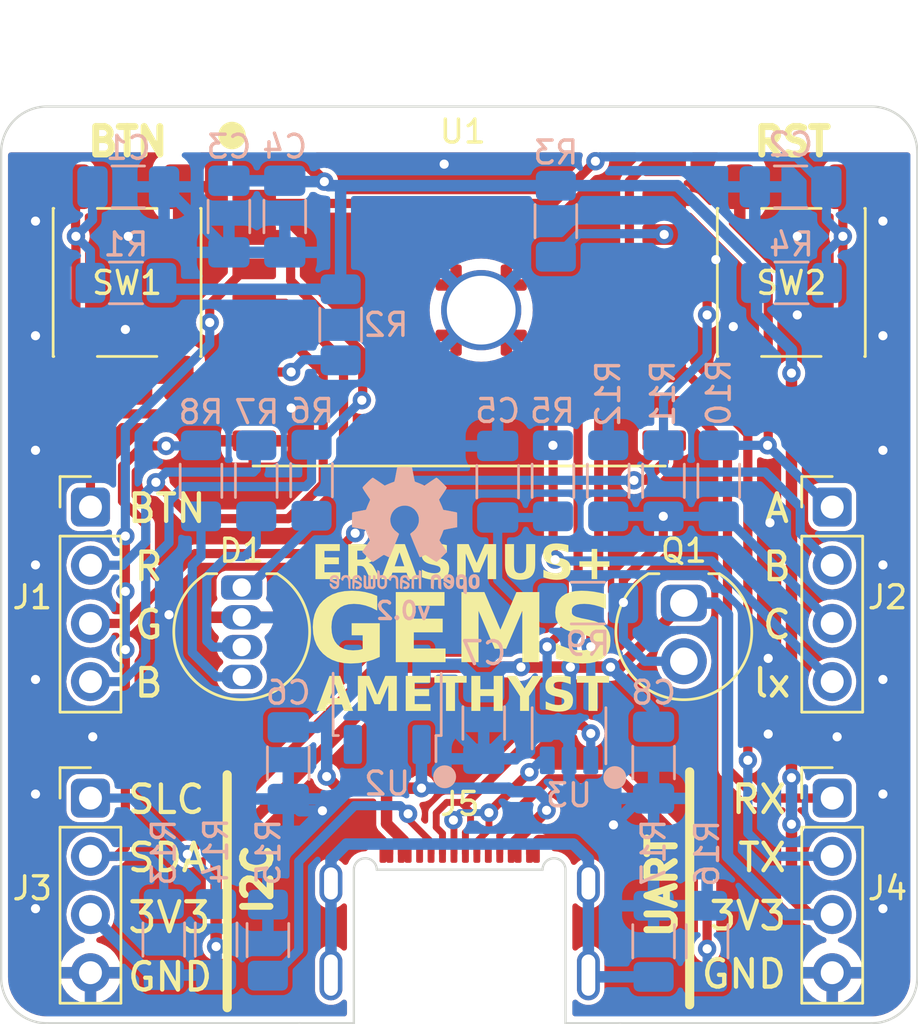
<source format=kicad_pcb>
(kicad_pcb (version 20240108) (generator "pcbnew") (generator_version "8.0")
  (title_block (title "AMETHYST") (date "2024-02-15") (rev "v0.2") (company "GEMS - Graceful Equalising of Mechatronics Students") (comment 2 "Contact: gasper.skulj@fs.uni-lj.si") (comment 3 "2022-1-SI01-KA220-HED-000087727") (comment 4 "Erasmus+ project KA2: Cooperation partnerships in higher education"))
  (layers (0 "F.Cu" signal) (31 "B.Cu" signal) (34 "B.Paste" user) (35 "F.Paste" user) (36 "B.SilkS" user "B.Silkscreen") (37 "F.SilkS" user "F.Silkscreen") (38 "B.Mask" user) (39 "F.Mask" user) (44 "Edge.Cuts" user))
  (net 0 "")
  (net 1 "+3.3V")
  (net 2 "Net-(U1-EN)")
  (net 3 "Net-(U1-IO8)")
  (net 4 "GND")
  (net 5 "+5V")
  (net 6 "Net-(D1-Ablue)")
  (net 7 "Net-(D1-Agreen)")
  (net 8 "Net-(D1-Ared)")
  (net 9 "BTN")
  (net 10 "LED_R")
  (net 11 "LED_G")
  (net 12 "LED_B")
  (net 13 "LX_A")
  (net 14 "LX_B")
  (net 15 "LX_OUT")
  (net 16 "RX")
  (net 17 "TX")
  (net 18 "SCL")
  (net 19 "SDA")
  (net 20 "Net-(J5-CC1)")
  (net 21 "Net-(J5-D+-PadA6)")
  (net 22 "Net-(J5-D--PadA7)")
  (net 23 "Net-(J5-CC2)")
  (net 24 "Net-(U1-IO2{slash}ADC1_2{slash}FSPIQ)")
  (net 25 "USB_D-")
  (net 26 "USB_D+")
  (net 29 "Net-(C5-Pad1)")
  (net 30 "Net-(J5-CASE)")
  (net 32 "LX_C")
  (footprint "GEMS_library:PT_D5.0mm" (layer "F.Cu") (at 114.808 122.936 -90)
    (property "Reference" "Q1")
    (property "Value" "TEPT5700")
  )
  (footprint "GEMS_library:SW_PUSH_6mm_SMD" (layer "F.Cu") (at 90.5 107.675 90)
    (property "Reference" "SW1")
    (property "Value" "BTN")
  )
  (footprint "GEMS_library:PinHeader_1x04_P2.54mm_Vertical" (layer "F.Cu") (at 88.9 133.985)
    (property "Reference" "J3")
    (property "Value" "I2C")
  )
  (footprint "GEMS_library:USB-C_MOLEX-216990-0001" (layer "F.Cu") (at 105.02 136.75)
    (property "Reference" "J5")
    (property "Value" "USB_C_USB2.0")
    (fp_line (start -7 3.25) (end -4.62 3.25) (stroke (width 0.1)) (layer "Edge.Cuts"))
    (fp_line (start -4.62 3.25) (end -4.62 -3.45) (stroke (width 0.1)) (layer "Edge.Cuts"))
    (fp_line (start 3.62 -3.45) (end -3.62 -3.45) (stroke (width 0.1)) (layer "Edge.Cuts"))
    (fp_line (start 4.62 3.25) (end 4.62 -3.45) (stroke (width 0.1)) (layer "Edge.Cuts"))
    (fp_line (start 7 3.25) (end 4.62 3.25) (stroke (width 0.1)) (layer "Edge.Cuts"))
    (fp_arc (start -4.62 -3.45) (mid -4.12 -3.95) (end -3.62 -3.45) (stroke (width 0.1)) (layer "Edge.Cuts"))
    (fp_arc (start 3.62 -3.45) (mid 4.12 -3.95) (end 4.62 -3.45) (stroke (width 0.1)) (layer "Edge.Cuts"))
  )
  (footprint "GEMS_library:SW_PUSH_6mm_SMD" (layer "F.Cu") (at 119.5 107.675 90)
    (property "Reference" "SW2")
    (property "Value" "RST")
  )
  (footprint "GEMS_library:PinHeader_1x04_P2.54mm_Vertical" (layer "F.Cu") (at 121.285 133.985)
    (property "Reference" "J4")
    (property "Value" "UART")
  )
  (footprint "GEMS_library:ESP32-C3-WROOM-02" (layer "F.Cu") (at 105 108.585)
    (property "Reference" "U1")
    (property "Value" "ESP32-C3")
  )
  (footprint "GEMS_library:PinHeader_1x04_P2.54mm_Vertical" (layer "F.Cu") (at 88.9 121.285)
    (property "Reference" "J1")
    (property "Value" "RGB")
  )
  (footprint "GEMS_library:LED_D5.0mm-4_RGB" (layer "F.Cu") (at 95.504 122.936 -90)
    (property "Reference" "D1")
    (property "Value" "LED_BkRG")
  )
  (footprint "GEMS_library:PinHeader_1x04_P2.54mm_Vertical" (layer "F.Cu") (at 121.285 121.285)
    (property "Reference" "J2")
    (property "Value" "LX")
  )
  (footprint "GEMS_library:C_1206_(3216)" (layer "B.Cu") (at 94.9452 104.8004 -90)
    (property "Reference" "C3")
    (property "Value" "10uF")
  )
  (footprint "GEMS_library:SOT-89-5" (layer "B.Cu") (at 101.854 126.0856 180)
    (property "Reference" "U2")
    (property "Value" "R1170H331B")
  )
  (footprint "GEMS_library:R_1206_(3216)" (layer "B.Cu") (at 96.139 116.332 -90)
    (property "Reference" "R7")
    (property "Value" "82")
  )
  (footprint "GEMS_library:R_1206_(3216)" (layer "B.Cu") (at 109.22 105.003 -90)
    (property "Reference" "R3")
    (property "Value" "100k")
  )
  (footprint "GEMS_library:R_1206_(3216)" (layer "B.Cu") (at 115.824 136.4228 -90)
    (property "Reference" "R16")
    (property "Value" "5.1k")
  )
  (footprint "Symbol:OSHW-Logo2_7.3x6mm_SilkScreen" (layer "B.Cu") (at 102.616 118.5 180)
    (property "Reference" "REF**" (hide yes))
    (property "Value" "OSHW-Logo2_7.3x6mm_SilkScreen" (hide yes))
  )
  (footprint "GEMS_library:R_1206_(3216)" (layer "B.Cu") (at 93.726 116.332 -90)
    (property "Reference" "R8")
    (property "Value" "27")
  )
  (footprint "GEMS_library:R_1206_(3216)" (layer "B.Cu") (at 99.822 109.5248 -90)
    (property "Reference" "R2")
    (property "Value" "100k")
  )
  (footprint "GEMS_library:C_1206_(3216)" (layer "B.Cu") (at 97.536 128.651 -90)
    (property "Reference" "C6")
    (property "Value" "10uF")
  )
  (footprint "GEMS_library:R_1206_(3216)" (layer "B.Cu") (at 94.3864 136.3472 -90)
    (property "Reference" "R14")
    (property "Value" "2.2k")
  )
  (footprint "GEMS_library:R_1206_(3216)" (layer "B.Cu") (at 98.552 116.306 -90)
    (property "Reference" "R6")
    (property "Value" "27")
  )
  (footprint "GEMS_library:R_1206_(3216)" (layer "B.Cu") (at 90.45 107.696 180)
    (property "Reference" "R1")
    (property "Value" "100k")
  )
  (footprint "GEMS_library:C_1206_(3216)" (layer "B.Cu") (at 106.0704 126.8984 -90)
    (property "Reference" "C7")
    (property "Value" "10uF")
  )
  (footprint "GEMS_library:SOT-23-6" (layer "B.Cu") (at 109.794 127.13 90)
    (property "Reference" "U3")
    (property "Value" "USBLC6-2SC6")
  )
  (footprint "GEMS_library:R_1206_(3216)" (layer "B.Cu") (at 96.647 136.372 -90)
    (property "Reference" "R15")
    (property "Value" "5.1k")
  )
  (footprint "GEMS_library:R_1206_(3216)" (layer "B.Cu") (at 113.919 116.332 90)
    (property "Reference" "R11")
    (property "Value" "10k")
  )
  (footprint "GEMS_library:R_1206_(3216)" (layer "B.Cu") (at 92.1004 136.3472 -90)
    (property "Reference" "R13")
    (property "Value" "2.2k")
  )
  (footprint "GEMS_library:C_1206_(3216)" (layer "B.Cu") (at 113.4872 128.6256 -90)
    (property "Reference" "C8")
    (property "Value" "0.1uF")
  )
  (footprint "GEMS_library:C_1206_(3216)" (layer "B.Cu") (at 90.551 103.505)
    (property "Reference" "C1")
    (property "Value" "0.1uF")
  )
  (footprint "GEMS_library:R_1206_(3216)" (layer "B.Cu") (at 119.507 107.696)
    (property "Reference" "R4")
    (property "Value" "100k")
  )
  (footprint "GEMS_library:R_1206_(3216)" (layer "B.Cu") (at 116.332 116.332 90)
    (property "Reference" "R10")
    (property "Value" "510")
  )
  (footprint "GEMS_library:R_1206_(3216)" (layer "B.Cu") (at 113.4872 136.424 -90)
    (property "Reference" "R17")
    (property "Value" "1M")
  )
  (footprint "GEMS_library:C_1206_(3216)" (layer "B.Cu") (at 106.68 116.3705 90)
    (property "Reference" "C5")
    (property "Value" "0.1uF")
  )
  (footprint "GEMS_library:R_1206_(3216)" (layer "B.Cu") (at 110.617 121.666 180)
    (property "Reference" "R9")
    (property "Value" "5.1k")
  )
  (footprint "GEMS_library:C_1206_(3216)" (layer "B.Cu") (at 97.3836 104.8004 -90)
    (property "Reference" "C4")
    (property "Value" "0.1uF")
  )
  (footprint "GEMS_library:C_1206_(3216)" (layer "B.Cu") (at 119.4685 103.505 180)
    (property "Reference" "C2")
    (property "Value" "0.1uF")
  )
  (footprint "GEMS_library:R_1206_(3216)" (layer "B.Cu") (at 109.093 116.332 -90)
    (property "Reference" "R5")
    (property "Value" "0")
  )
  (footprint "GEMS_library:R_1206_(3216)" (layer "B.Cu") (at 111.506 116.332 90)
    (property "Reference" "R12")
    (property "Value" "200k")
  )
  (gr_line (start 115.062 129.032) (end 115.062 139.192) (stroke (width 0.4)) (layer "F.SilkS"))
  (gr_line (start 94.869 129.159) (end 94.869 139.319) (stroke (width 0.4)) (layer "F.SilkS"))
  (gr_line (start 85 138) (end 85 102) (stroke (width 0.1)) (layer "Edge.Cuts"))
  (gr_arc (start 85 102) (mid 85.585786 100.585786) (end 87 100) (stroke (width 0.1)) (layer "Edge.Cuts"))
  (gr_arc (start 87 140) (mid 85.585786 139.414214) (end 85 138) (stroke (width 0.1)) (layer "Edge.Cuts"))
  (gr_line (start 87 100) (end 123 100) (stroke (width 0.1)) (layer "Edge.Cuts"))
  (gr_line (start 87 140) (end 98.02 140) (stroke (width 0.1)) (layer "Edge.Cuts"))
  (gr_line (start 123 140) (end 112.02 140) (stroke (width 0.1)) (layer "Edge.Cuts"))
  (gr_line (start 125 138) (end 125 102) (stroke (width 0.1)) (layer "Edge.Cuts"))
  (gr_arc (start 125 138) (mid 124.414214 139.414214) (end 123 140) (stroke (width 0.1)) (layer "Edge.Cuts"))
  (gr_arc (start 123 100) (mid 124.414214 100.585786) (end 125 102) (stroke (width 0.1)) (layer "Edge.Cuts"))
  (gr_text "v0.2" (at 102.5652 122 0) (layer "B.SilkS") (effects (font (size 0.75 0.75)) (justify mirror)))
  (gr_text "3V3" (at 119.38 136.017 0) (layer "F.SilkS") (effects (font (size 1.2 1.2) (thickness 0.1875)) (justify right bottom)))
  (gr_text "BTN" (at 90.424 118.237 0) (layer "F.SilkS") (effects (font (size 1.2 1.2) (thickness 0.1875)) (justify left bottom)))
  (gr_text "RST" (at 117.729 102.235 0) (layer "F.SilkS") (effects (font (size 1.2 1.2) (thickness 0.3) (bold yes)) (justify left bottom)))
  (gr_text "ERASMUS+" (at 105.156 120 0) (layer "F.SilkS") (effects (font (size 1.5 1.5) (thickness 0.2) (bold yes))))
  (gr_text "A" (at 118.872 118.237 0) (layer "F.SilkS") (effects (font (size 1.2 1.2) (thickness 0.1875)) (justify bottom)))
  (gr_text "C" (at 118.872 123.317 0) (layer "F.SilkS") (effects (font (size 1.2 1.2) (thickness 0.1875)) (justify bottom)))
  (gr_text "GND" (at 119.38 138.557 0) (layer "F.SilkS") (effects (font (size 1.2 1.2) (thickness 0.1875)) (justify right bottom)))
  (gr_text "BTN" (at 88.646 102.235 0) (layer "F.SilkS") (effects (font (size 1.2 1.2) (thickness 0.3) (bold yes)) (justify left bottom)))
  (gr_text "B" (at 118.872 120.777 0) (layer "F.SilkS") (effects (font (size 1.2 1.2) (thickness 0.1875)) (justify bottom)))
  (gr_text "SLC" (at 90.424 130.937 0) (layer "F.SilkS") (effects (font (size 1.2 1.2) (thickness 0.1875)) (justify left bottom)))
  (gr_text "3V3" (at 90.424 136.144 0) (layer "F.SilkS") (effects (font (size 1.3 1.3) (thickness 0.1875)) (justify left bottom)))
  (gr_text "lx" (at 117.729 125.857 0) (layer "F.SilkS") (effects (font (size 1.2 1.2) (thickness 0.1875)) (justify left bottom)))
  (gr_text "AMETHYST" (at 105.156 125.75 0) (layer "F.SilkS") (effects (font (size 1.5 1.5) (thickness 0.2) (bold yes))))
  (gr_text "GEMS" (at 105.156 123 0) (layer "F.SilkS") (effects (font (size 3 3) (thickness 0.4) (bold yes))))
  (gr_text "GND" (at 90.424 138.684 0) (layer "F.SilkS") (effects (font (size 1.2 1.2) (thickness 0.1875)) (justify left bottom)))
  (gr_text "I2C" (at 96.901 135.382 90) (layer "F.SilkS") (effects (font (size 1.2 1.2) (thickness 0.3) (bold yes)) (justify left bottom)))
  (gr_text "TX" (at 119.38 133.477 0) (layer "F.SilkS") (effects (font (size 1.2 1.2) (thickness 0.1875)) (justify right bottom)))
  (gr_text "RX" (at 119.38 130.937 0) (layer "F.SilkS") (effects (font (size 1.2 1.2) (thickness 0.1875)) (justify right bottom)))
  (gr_text "SDA" (at 90.424 133.477 0) (layer "F.SilkS") (effects (font (size 1.2 1.2) (thickness 0.1875)) (justify left bottom)))
  (gr_text "UART" (at 114.554 136.398 90) (layer "F.SilkS") (effects (font (size 1.2 1.2) (thickness 0.3) (bold yes)) (justify left bottom)))
  (gr_text "G" (at 91.44 123.317 0) (layer "F.SilkS") (effects (font (size 1.2 1.2) (thickness 0.1875)) (justify bottom)))
  (gr_text "B" (at 91.44 125.857 0) (layer "F.SilkS") (effects (font (size 1.2 1.2) (thickness 0.1875)) (justify bottom)))
  (gr_text "R" (at 91.44 120.777 0) (layer "F.SilkS") (effects (font (size 1.2 1.2) (thickness 0.1875)) (justify bottom)))
  (segment (start 119.507 129.286) (end 119.507 111.633) (width 0.5) (layer "F.Cu") (net 1))
  (segment (start 107.696 124.46) (end 109.855 124.46) (width 0.5) (layer "F.Cu") (net 1))
  (segment (start 99.1108 103.2764) (end 98.3996 102.5652) (width 0.5) (layer "F.Cu") (net 1))
  (segment (start 119.507 131.318) (end 119.507 134.493) (width 0.5) (layer "F.Cu") (net 1))
  (segment (start 111.6076 124.46) (end 109.855 124.46) (width 0.5) (layer "F.Cu") (net 1))
  (segment (start 94.3864 132.7404) (end 102.6668 124.46) (width 0.5) (layer "F.Cu") (net 1))
  (segment (start 98.3996 102.5652) (end 96.0698 102.5652) (width 0.5) (layer "F.Cu") (net 1))
  (segment (start 94.3864 136.652) (end 94.3864 132.7404) (width 0.5) (layer "F.Cu") (net 1))
  (segment (start 102.6668 124.46) (end 107.696 124.46) (width 0.5) (layer "F.Cu") (net 1))
  (segment (start 96.0698 102.5652) (end 96.05 102.585) (width 0.5) (layer "F.Cu") (net 1))
  (segment (start 119.507 134.493) (end 120.269 135.255) (width 0.5) (layer "F.Cu") (net 1))
  (segment (start 111.6076 124.46) (end 112.014 124.46) (width 0.5) (layer "F.Cu") (net 1))
  (segment (start 112.014 124.46) (end 114.808 121.666) (width 0.5) (layer "F.Cu") (net 1))
  (segment (start 120.269 135.255) (end 121.285 135.255) (width 0.5) (layer "F.Cu") (net 1))
  (via (at 94.3864 136.652) (size 0.8) (drill 0.4) (layers "F.Cu" "B.Cu") (net 1))
  (via (at 99.1108 103.2764) (size 0.8) (drill 0.4) (layers "F.Cu" "B.Cu") (net 1))
  (via (at 107.696 124.46) (size 0.8) (drill 0.4) (layers "F.Cu" "B.Cu") (net 1))
  (via (at 119.507 131.318) (size 0.8) (drill 0.4) (layers "F.Cu" "B.Cu") (net 1))
  (via (at 119.507 129.286) (size 0.8) (drill 0.4) (layers "F.Cu" "B.Cu") (net 1))
  (via (at 119.507 111.633) (size 0.8) (drill 0.4) (layers "F.Cu" "B.Cu") (net 1))
  (via (at 109.855 124.46) (size 0.8) (drill 0.4) (layers "F.Cu" "B.Cu") (net 1))
  (via (at 111.6076 124.46) (size 0.8) (drill 0.4) (layers "F.Cu" "B.Cu") (net 1))
  (segment (start 99.1108 103.2764) (end 97.4221 103.2764) (width 0.5) (layer "B.Cu") (net 1))
  (segment (start 94.3864 137.8972) (end 91.5422 137.8972) (width 0.5) (layer "B.Cu") (net 1))
  (segment (start 99.9236 103.453) (end 109.22 103.453) (width 0.5) (layer "B.Cu") (net 1))
  (segment (start 99.822 107.9748) (end 92.2788 107.9748) (width 0.5) (layer "B.Cu") (net 1))
  (segment (start 117.983 109.093) (end 117.983 107.722) (width 0.5) (layer "B.Cu") (net 1))
  (segment (start 114.528 103.453) (end 109.22 103.453) (width 0.5) (layer "B.Cu") (net 1))
  (segment (start 99.2874 103.453) (end 99.9236 103.453) (width 0.5) (layer "B.Cu") (net 1))
  (segment (start 94.3864 136.652) (end 94.3864 137.8972) (width 0.5) (layer "B.Cu") (net 1))
  (segment (start 99.822 103.5546) (end 99.822 107.9748) (width 0.5) (layer "B.Cu") (net 1))
  (segment (start 119.507 110.617) (end 117.983 109.093) (width 0.5) (layer "B.Cu") (net 1))
  (segment (start 103.354 124.3356) (end 105.0701 124.3356) (width 0.5) (layer "B.Cu") (net 1))
  (segment (start 109.855 125.669) (end 109.794 125.73) (width 0.5) (layer "B.Cu") (net 1))
  (segment (start 91.5422 137.8972) (end 88.9 135.255) (width 0.5) (layer "B.Cu") (net 1))
  (segment (start 116.713 122.174) (end 116.713 132.713) (width 0.5) (layer "B.Cu") (net 1))
  (segment (start 107.696 124.46) (end 106.9463 124.46) (width 0.5) (layer "B.Cu") (net 1))
  (segment (start 113.4872 126.3396) (end 113.4872 127.0631) (width 0.5) (layer "B.Cu") (net 1))
  (segment (start 97.3836 103.2379) (end 94.9452 103.2379) (width 0.5) (layer "B.Cu") (net 1))
  (segment (start 105.0701 124.3356) (end 106.0704 125.3359) (width 0.5) (layer "B.Cu") (net 1))
  (segment (start 117.957 106.882) (end 114.528 103.453) (width 0.5) (layer "B.Cu") (net 1))
  (segment (start 111.6076 124.46) (end 113.4872 126.3396) (width 0.5) (layer "B.Cu") (net 1))
  (segment (start 97.4221 103.2764) (end 97.3836 103.2379) (width 0.5) (layer "B.Cu") (net 1))
  (segment (start 117.957 107.696) (end 117.957 106.882) (width 0.5) (layer "B.Cu") (net 1))
  (segment (start 99.1108 103.2764) (end 99.2874 103.453) (width 0.5) (layer "B.Cu") (net 1))
  (segment (start 114.808 121.666) (end 116.205 121.666) (width 0.5) (layer "B.Cu") (net 1))
  (segment (start 119.255 135.255) (end 121.285 135.255) (width 0.5) (layer "B.Cu") (net 1))
  (segment (start 99.8343 107.9625) (end 99.822 107.9748) (width 0.5) (layer "B.Cu") (net 1))
  (segment (start 119.507 131.318) (end 119.507 129.286) (width 0.5) (layer "B.Cu") (net 1))
  (segment (start 119.507 111.633) (end 119.507 110.617) (width 0.5) (layer "B.Cu") (net 1))
  (segment (start 117.983 107.722) (end 117.957 107.696) (width 0.5) (layer "B.Cu") (net 1))
  (segment (start 109.855 124.46) (end 109.855 125.669) (width 0.5) (layer "B.Cu") (net 1))
  (segment (start 116.713 132.713) (end 119.255 135.255) (width 0.5) (layer "B.Cu") (net 1))
  (segment (start 99.9236 103.453) (end 99.822 103.5546) (width 0.5) (layer "B.Cu") (net 1))
  (segment (start 106.9463 124.46) (end 106.0704 125.3359) (width 0.5) (layer "B.Cu") (net 1))
  (segment (start 116.205 121.666) (end 116.713 122.174) (width 0.5) (layer "B.Cu") (net 1))
  (segment (start 92.2788 107.9748) (end 92 107.696) (width 0.5) (layer "B.Cu") (net 1))
  (segment (start 96.1938 104.2288) (end 96.05 104.085) (width 0.4) (layer "F.Cu") (net 2))
  (segment (start 121.75 105.664) (end 121.75 111.85) (width 0.4) (layer "F.Cu") (net 2))
  (segment (start 110.947305 102.386732) (end 109.105237 104.2288) (width 0.4) (layer "F.Cu") (net 2))
  (segment (start 121.75 105.664) (end 121.75 103.5) (width 0.4) (layer "F.Cu") (net 2))
  (segment (start 109.105237 104.2288) (end 96.1938 104.2288) (width 0.4) (layer "F.Cu") (net 2))
  (via (at 110.947305 102.386732) (size 0.8) (drill 0.4) (layers "F.Cu" "B.Cu") (net 2))
  (via (at 121.75 105.664) (size 0.8) (drill 0.4) (layers "F.Cu" "B.Cu") (net 2))
  (segment (start 111.139037 102.195) (end 119.721 102.195) (width 0.4) (layer "B.Cu") (net 2))
  (segment (start 121.75 105.664) (end 121.031 106.383) (width 0.4) (layer "B.Cu") (net 2))
  (segment (start 119.721 102.195) (end 121.031 103.505) (width 0.4) (layer "B.Cu") (net 2))
  (segment (start 121.75 105.664) (end 121.031 104.945) (width 0.4) (layer "B.Cu") (net 2))
  (segment (start 121.031 106.383) (end 121.031 107.67) (width 0.4) (layer "B.Cu") (net 2))
  (segment (start 110.947305 102.386732) (end 111.139037 102.195) (width 0.4) (layer "B.Cu") (net 2))
  (segment (start 121.031 104.945) (end 121.031 103.505) (width 0.4) (layer "B.Cu") (net 2))
  (segment (start 121.031 107.67) (end 121.057 107.696) (width 0.4) (layer "B.Cu") (net 2))
  (segment (start 97.663 111.585) (end 96.05 111.585) (width 0.4) (layer "F.Cu") (net 3))
  (via (at 97.663 111.585) (size 0.8) (drill 0.4) (layers "F.Cu" "B.Cu") (net 3))
  (segment (start 99.822 111.0748) (end 99.796 111.0488) (width 0.4) (layer "B.Cu") (net 3))
  (segment (start 97.663 111.5822) (end 97.663 111.585) (width 0.4) (layer "B.Cu") (net 3))
  (segment (start 98.1964 111.0488) (end 97.663 111.5822) (width 0.4) (layer "B.Cu") (net 3))
  (segment (start 99.796 111.0488) (end 98.1964 111.0488) (width 0.4) (layer "B.Cu") (net 3))
  (segment (start 111.7346 131.3434) (end 111.0488 132.0292) (width 0.5) (layer "F.Cu") (net 4))
  (segment (start 101.87 132.32395) (end 101.87 132.6) (width 0.5) (layer "F.Cu") (net 4))
  (segment (start 111.0488 132.0292) (end 108.48275 132.0292) (width 0.5) (layer "F.Cu") (net 4))
  (segment (start 100.2733 130.72725) (end 101.87 132.32395) (width 0.5) (layer "F.Cu") (net 4))
  (segment (start 108.17 132.34195) (end 108.17 132.6) (width 0.5) (layer "F.Cu") (net 4))
  (segment (start 108.48275 132.0292) (end 108.17 132.34195) (width 0.5) (layer "F.Cu") (net 4))
  (segment (start 99.02805 130.72725) (end 100.2733 130.72725) (width 0.5) (layer "F.Cu") (net 4))
  (via (at 86.5 105) (size 0.8) (drill 0.4) (layers "F.Cu" "B.Cu") (net 4))
  (via (at 123.5 110) (size 0.8) (drill 0.4) (layers "F.Cu" "B.Cu") (net 4))
  (via (at 116.967 109.601) (size 0.8) (drill 0.4) (layers "F.Cu" "B.Cu") (net 4))
  (via (at 116.205 106.68) (size 0.8) (drill 0.4) (layers "F.Cu" "B.Cu") (net 4))
  (via (at 86.5 120) (size 0.8) (drill 0.4) (layers "F.Cu" "B.Cu") (net 4))
  (via (at 92.329 122.174) (size 0.8) (drill 0.4) (layers "F.Cu" "B.Cu") (net 4))
  (via (at 86.5 130) (size 0.8) (drill 0.4) (layers "F.Cu" "B.Cu") (net 4))
  (via (at 86.5 125) (size 0.8) (drill 0.4) (layers "F.Cu" "B.Cu") (net 4))
  (via (at 121.5 127.5) (size 0.8) (drill 0.4) (layers "F.Cu" "B.Cu") (net 4))
  (via (at 86.5 135) (size 0.8) (drill 0.4) (layers "F.Cu" "B.Cu") (net 4))
  (via (at 89 127.5) (size 0.8) (drill 0.4) (layers "F.Cu" "B.Cu") (net 4))
  (via (at 99.02805 130.72725) (size 0.8) (drill 0.4) (layers "F.Cu" "B.Cu") (net 4))
  (via (at 86.5 115) (size 0.8) (drill 0.4) (layers "F.Cu" "B.Cu") (net 4))
  (via (at 123.5 135) (size 0.8) (drill 0.4) (layers "F.Cu" "B.Cu") (net 4))
  (via (at 97.663 113.157) (size 0.8) (drill 0.4) (layers "F.Cu" "B.Cu") (net 4))
  (via (at 111.7346 131.3434) (size 0.8) (drill 0.4) (layers "F.Cu" "B.Cu") (net 4))
  (via (at 123.5 115) (size 0.8) (drill 0.4) (layers "F.Cu" "B.Cu") (net 4))
  (via (at 119.761 109.093) (size 0.8) (drill 0.4) (layers "F.Cu" "B.Cu") (net 4))
  (via (at 104.3432 102.5144) (size 0.8) (drill 0.4) (layers "F.Cu" "B.Cu") (net 4))
  (via (at 118.491 124.079) (size 0.8) (drill 0.4) (layers "F.Cu" "B.Cu") (net 4))
  (via (at 123.5 120) (size 0.8) (drill 0.4) (layers "F.Cu" "B.Cu") (net 4))
  (via (at 123.5 125) (size 0.8) (drill 0.4) (layers "F.Cu" "B.Cu") (net 4))
  (via (at 123.5 105) (size 0.8) (drill 0.4) (layers "F.Cu" "B.Cu") (net 4))
  (via (at 86.5 110) (size 0.8) (drill 0.4) (layers "F.Cu" "B.Cu") (net 4))
  (via (at 118.491 127.381) (size 0.8) (drill 0.4) (layers "F.Cu" "B.Cu") (net 4))
  (via (at 119.761 105.664) (size 0.8) (drill 0.4) (layers "F.Cu" "B.Cu") (net 4))
  (via (at 90.424 109.728) (size 0.8) (drill 0.4) (layers "F.Cu" "B.Cu") (net 4))
  (via (at 118.5672 118.1608) (size 0.8) (drill 0.4) (layers "F.Cu" "B.Cu") (net 4))
  (via (at 90.551 105.664) (size 0.8) (drill 0.4) (layers "F.Cu" "B.Cu") (net 4))
  (via (at 123.5 130) (size 0.8) (drill 0.4) (layers "F.Cu" "B.Cu") (net 4))
  (segment (start 111.506 114.782) (end 111.506 113.696) (width 0.4) (layer "B.Cu") (net 4))
  (segment (start 95.504 122.286) (end 95.519 122.301) (width 0.5) (layer "B.Cu") (net 4))
  (segment (start 110.88 113.07) (end 107.34 113.07) (width 0.4) (layer "B.Cu") (net 4))
  (segment (start 111.506 113.696) (end 110.88 113.07) (width 0.4) (layer "B.Cu") (net 4))
  (segment (start 113.4872 133.4008) (end 113.4872 134.874) (width 0.5) (layer "B.Cu") (net 4))
  (segment (start 99.02805 130.72725) (end 96.647 133.1083) (width 0.5) (layer "B.Cu") (net 4))
  (segment (start 106.68 113.73) (end 106.68 114.808) (width 0.4) (layer "B.Cu") (net 4))
  (segment (start 101.4984 129.3876) (end 101.854 129.032) (width 0.5) (layer "B.Cu") (net 4))
  (segment (start 113.4884 134.8728) (end 116.2032 134.8728) (width 0.5) (layer "B.Cu") (net 4))
  (segment (start 113.4872 133.096) (end 113.4872 133.4008) (width 0.5) (layer "B.Cu") (net 4))
  (segment (start 103.6951 126.0856) (end 106.0704 128.4609) (width 0.5) (layer "B.Cu") (net 4))
  (segment (start 99.02805 130.72725) (end 98.04975 130.72725) (width 0.5) (layer "B.Cu") (net 4))
  (segment (start 111.7346 131.3434) (end 112.8899 130.1881) (width 0.5) (layer "B.Cu") (net 4))
  (segment (start 96.647 133.1083) (end 96.647 134.4748) (width 0.5) (layer "B.Cu") (net 4))
  (segment (start 109.794 128.53) (end 109.794 127.701) (width 0.5) (layer "B.Cu") (net 4))
  (segment (start 112.8899 130.1881) (end 113.4872 130.1881) (width 0.5) (layer "B.Cu") (net 4))
  (segment (start 99.02805 130.72725) (end 100.3677 129.3876) (width 0.5) (layer "B.Cu") (net 4))
  (segment (start 111.7346 131.3434) (end 109.794 129.4028) (width 0.5) (layer "B.Cu") (net 4))
  (segment (start 107.1503 127.381) (end 106.0704 128.4609) (width 0.5) (layer "B.Cu") (net 4))
  (segment (start 94.9452 106.3629) (end 94.9452 106.3367) (width 0.5) (layer "B.Cu") (net 4))
  (segment (start 101.854 122.809) (end 101.854 126.0856) (width 0.5) (layer "B.Cu") (net 4))
  (segment (start 113.4872 134.874) (end 113.4884 134.8728) (width 0.5) (layer "B.Cu") (net 4))
  (segment (start 101.854 126.0856) (end 103.6951 126.0856) (width 0.5) (layer "B.Cu") (net 4))
  (segment (start 94.9452 106.3629) (end 97.3836 106.3629) (width 0.5) (layer "B.Cu") (net 4))
  (segment (start 109.794 127.701) (end 109.474 127.381) (width 0.5) (layer "B.Cu") (net 4))
  (segment (start 109.794 129.4028) (end 109.794 128.53) (width 0.5) (layer "B.Cu") (net 4))
  (segment (start 101.346 122.301) (end 101.854 122.809) (width 0.5) (layer "B.Cu") (net 4))
  (segment (start 94.9452 106.3367) (end 92.1135 103.505) (width 0.5) (layer "B.Cu") (net 4))
  (segment (start 107.34 113.07) (end 106.68 113.73) (width 0.4) (layer "B.Cu") (net 4))
  (segment (start 109.474 127.381) (end 107.1503 127.381) (width 0.5) (layer "B.Cu") (net 4))
  (segment (start 100.3677 129.3876) (end 101.4984 129.3876) (width 0.5) (layer "B.Cu") (net 4))
  (segment (start 101.854 129.032) (end 101.854 126.0856) (width 0.5) (layer "B.Cu") (net 4))
  (segment (start 98.04975 130.72725) (end 97.536 130.2135) (width 0.5) (layer "B.Cu") (net 4))
  (segment (start 111.7346 131.3434) (end 113.4872 133.096) (width 0.5) (layer "B.Cu") (net 4))
  (segment (start 95.519 122.301) (end 101.346 122.301) (width 0.5) (layer "B.Cu") (net 4))
  (segment (start 101.8286 131.2926) (end 102.57 132.034) (width 0.5) (layer "F.Cu") (net 5))
  (segment (start 101.8286 131.2926) (end 101.8286 129.7432) (width 0.5) (layer "F.Cu") (net 5))
  (segment (start 102.57 132.034) (end 102.57 132.6) (width 0.5) (layer "F.Cu") (net 5))
  (segment (start 103.3526 129.7432) (end 99.7204 129.7432) (width 0.5) (layer "F.Cu") (net 5))
  (segment (start 108.8136 130.7084) (end 107.37 132.152) (width 0.5) (layer "F.Cu") (net 5))
  (segment (start 107.37 132.152) (end 107.37 132.6) (width 0.5) (layer "F.Cu") (net 5))
  (segment (start 99.7204 129.7432) (end 99.2124 129.2352) (width 0.5) (layer "F.Cu") (net 5))
  (via (at 99.2124 129.2352) (size 0.8) (drill 0.4) (layers "F.Cu" "B.Cu") (net 5))
  (via (at 103.3526 129.7432) (size 0.8) (drill 0.4) (layers "F.Cu" "B.Cu") (net 5))
  (via (at 108.8136 130.7084) (size 0.8) (drill 0.4) (layers "F.Cu" "B.Cu") (net 5))
  (segment (start 108.4317 129.8947) (end 108.8136 130.2766) (width 0.5) (layer "B.Cu") (net 5))
  (segment (start 107.3141 129.8947) (end 108.4317 129.8947) (width 0.5) (layer "B.Cu") (net 5))
  (segment (start 108.8136 130.2766) (end 108.8136 130.7084) (width 0.5) (layer "B.Cu") (net 5))
  (segment (start 103.3526 129.7432) (end 103.3526 128.2982) (width 0.5) (layer "B.Cu") (net 5))
  (segment (start 99.2124 129.2352) (end 99.2124 126.6952) (width 0.5) (layer "B.Cu") (net 5))
  (segment (start 97.536 127.0885) (end 98.8191 127.0885) (width 0.5) (layer "B.Cu") (net 5))
  (segment (start 98.8191 127.0885) (end 99.2124 126.6952) (width 0.5) (layer "B.Cu") (net 5))
  (segment (start 103.3526 128.2982) (end 103.354 128.2968) (width 0.5) (layer "B.Cu") (net 5))
  (segment (start 103.354 128.2968) (end 103.354 127.8356) (width 0.5) (layer "B.Cu") (net 5))
  (segment (start 107.1626 129.7432) (end 107.3141 129.8947) (width 0.5) (layer "B.Cu") (net 5))
  (segment (start 103.3526 129.7432) (end 107.1626 129.7432) (width 0.5) (layer "B.Cu") (net 5))
  (segment (start 99.2124 126.6952) (end 100.354 125.5536) (width 0.5) (layer "B.Cu") (net 5))
  (segment (start 100.354 125.5536) (end 100.354 124.3356) (width 0.5) (layer "B.Cu") (net 5))
  (segment (start 98.552 118.237) (end 95.803 120.986) (width 0.4) (layer "B.Cu") (net 6))
  (segment (start 98.552 117.856) (end 98.552 118.237) (width 0.4) (layer "B.Cu") (net 6))
  (segment (start 95.803 120.986) (end 95.504 120.986) (width 0.4) (layer "B.Cu") (net 6))
  (segment (start 93.726 119.634) (end 93.345 120.015) (width 0.4) (layer "B.Cu") (net 7))
  (segment (start 93.726 117.882) (end 93.726 119.634) (width 0.4) (layer "B.Cu") (net 7))
  (segment (start 93.345 120.015) (end 93.345 123.825) (width 0.4) (layer "B.Cu") (net 7))
  (segment (start 94.406 124.886) (end 95.504 124.886) (width 0.4) (layer "B.Cu") (net 7))
  (segment (start 93.345 123.825) (end 94.406 124.886) (width 0.4) (layer "B.Cu") (net 7))
  (segment (start 95.631 119.634) (end 94.869 119.634) (width 0.4) (layer "B.Cu") (net 8))
  (segment (start 96.139 119.126) (end 95.631 119.634) (width 0.4) (layer "B.Cu") (net 8))
  (segment (start 96.139 117.882) (end 96.139 119.126) (width 0.4) (layer "B.Cu") (net 8))
  (segment (start 93.98 123.317) (end 94.249 123.586) (width 0.4) (layer "B.Cu") (net 8))
  (segment (start 94.869 119.634) (end 93.98 120.523) (width 0.4) (layer "B.Cu") (net 8))
  (segment (start 93.98 120.523) (end 93.98 123.317) (width 0.4) (layer "B.Cu") (net 8))
  (segment (start 94.249 123.586) (end 95.504 123.586) (width 0.4) (layer "B.Cu") (net 8))
  (segment (start 88.265 113.792) (end 88.265 111.865) (width 0.4) (layer "F.Cu") (net 9))
  (segment (start 88.265 105.664) (end 88.265 111.835) (width 0.4) (layer "F.Cu") (net 9))
  (segment (start 88.9 114.427) (end 88.265 113.792) (width 0.4) (layer "F.Cu") (net 9))
  (segment (start 96.05 113.085) (end 94.687 113.085) (width 0.4) (layer "F.Cu") (net 9))
  (segment (start 88.265 111.865) (end 88.25 111.85) (width 0.4) (layer "F.Cu") (net 9))
  (segment (start 88.9 114.554) (end 88.9 115.697) (width 0.4) (layer "F.Cu") (net 9))
  (segment (start 88.9 115.697) (end 88.9 114.427) (width 0.4) (layer "F.Cu") (net 9))
  (segment (start 88.25 105.649) (end 88.25 103.5) (width 0.4) (layer "F.Cu") (net 9))
  (segment (start 88.265 105.664) (end 88.25 105.649) (width 0.4) (layer "F.Cu") (net 9))
  (segment (start 90.043 113.411) (end 88.9 114.554) (width 0.4) (layer "F.Cu") (net 9))
  (segment (start 88.265 111.835) (end 88.25 111.85) (width 0.4) (layer "F.Cu") (net 9))
  (segment (start 88.9 117.475) (end 88.9 115.697) (width 0.4) (layer "F.Cu") (net 9))
  (segment (start 94.687 113.085) (end 94.361 113.411) (width 0.4) (layer "F.Cu") (net 9))
  (segment (start 94.361 113.411) (end 90.043 113.411) (width 0.4) (layer "F.Cu") (net 9))
  (via (at 88.265 105.664) (size 0.8) (drill 0.4) (layers "F.Cu" "B.Cu") (net 9))
  (segment (start 88.9 107.696) (end 88.9 106.299) (width 0.4) (layer "B.Cu") (net 9))
  (segment (start 88.9 106.299) (end 88.265 105.664) (width 0.4) (layer "B.Cu") (net 9))
  (segment (start 88.9885 104.9405) (end 88.265 105.664) (width 0.4) (layer "B.Cu") (net 9))
  (segment (start 88.9885 103.505) (end 88.9885 104.9405) (width 0.4) (layer "B.Cu") (net 9))
  (segment (start 99.06 111.633) (end 97.512 110.085) (width 0.4) (layer "F.Cu") (net 10))
  (segment (start 97.536 117.983) (end 99.06 116.459) (width 0.4) (layer "F.Cu") (net 10))
  (segment (start 97.512 110.085) (end 96.05 110.085) (width 0.4) (layer "F.Cu") (net 10))
  (segment (start 99.06 116.459) (end 99.06 111.633) (width 0.4) (layer "F.Cu") (net 10))
  (segment (start 93.345 117.983) (end 97.536 117.983) (width 0.4) (layer "F.Cu") (net 10))
  (segment (start 91.7575 116.3955) (end 93.345 117.983) (width 0.4) (layer "F.Cu") (net 10))
  (via (at 91.7575 116.3955) (size 0.8) (drill 0.4) (layers "F.Cu" "B.Cu") (net 10))
  (segment (start 96.012 115.951) (end 96.139 115.824) (width 0.4) (layer "B.Cu") (net 10))
  (segment (start 90.297 120.015) (end 88.9 120.015) (width 0.4) (layer "B.Cu") (net 10))
  (segment (start 91.313 116.84) (end 91.313 118.999) (width 0.4) (layer "B.Cu") (net 10))
  (segment (start 96.139 115.824) (end 96.139 114.782) (width 0.4) (layer "B.Cu") (net 10))
  (segment (start 92.202 115.951) (end 96.012 115.951) (width 0.4) (layer "B.Cu") (net 10))
  (segment (start 91.313 118.999) (end 90.297 120.015) (width 0.4) (layer "B.Cu") (net 10))
  (segment (start 91.7575 116.3955) (end 91.313 116.84) (width 0.4) (layer "B.Cu") (net 10))
  (segment (start 91.7575 116.3955) (end 92.202 115.951) (width 0.4) (layer "B.Cu") (net 10))
  (segment (start 99.568 119.507) (end 93.472 119.507) (width 0.4) (layer "F.Cu") (net 11))
  (segment (start 113.95 115.5) (end 113.95 114.585) (width 0.4) (layer "F.Cu") (net 11))
  (segment (start 92.1385 120.8405) (end 90.424 122.555) (width 0.4) (layer "F.Cu") (net 11))
  (segment (start 113.14 116.31) (end 113.95 115.5) (width 0.4) (layer "F.Cu") (net 11))
  (segment (start 91.186 114.808) (end 90.297 115.697) (width 0.4) (layer "F.Cu") (net 11))
  (segment (start 100.457 118.618) (end 99.568 119.507) (width 0.4) (layer "F.Cu") (net 11))
  (segment (start 92.202 114.808) (end 91.186 114.808) (width 0.4) (layer "F.Cu") (net 11))
  (segment (start 91.313 120.015) (end 92.1385 120.8405) (width 0.4) (layer "F.Cu") (net 11))
  (segment (start 90.297 115.697) (end 90.297 117.221) (width 0.4) (layer "F.Cu") (net 11))
  (segment (start 112.63 116.31) (end 113.14 116.31) (width 0.4) (layer "F.Cu") (net 11))
  (segment (start 91.313 118.237) (end 91.313 120.015) (width 0.4) (layer "F.Cu") (net 11))
  (segment (start 90.424 122.555) (end 88.9 122.555) (width 0.4) (layer "F.Cu") (net 11))
  (segment (start 93.472 119.507) (end 92.1385 120.8405) (width 0.4) (layer "F.Cu") (net 11))
  (segment (start 90.297 117.221) (end 91.313 118.237) (width 0.4) (layer "F.Cu") (net 11))
  (via (at 92.202 114.808) (size 0.8) (drill 0.4) (layers "F.Cu" "B.Cu") (net 11))
  (via (at 112.63 116.31) (size 0.8) (drill 0.4) (layers "F.Cu" "B.Cu") (net 11))
  (via (at 100.457 118.618) (size 0.8) (drill 0.4) (layers "F.Cu" "B.Cu") (net 11))
  (segment (start 92.202 114.808) (end 93.7 114.808) (width 0.4) (layer "B.Cu") (net 11))
  (segment (start 102.81 116.31) (end 100.502 118.618) (width 0.4) (layer "B.Cu") (net 11))
  (segment (start 93.7 114.808) (end 93.726 114.782) (width 0.4) (layer "B.Cu") (net 11))
  (segment (start 100.502 118.618) (end 100.457 118.618) (width 0.4) (layer "B.Cu") (net 11))
  (segment (start 112.63 116.31) (end 102.81 116.31) (width 0.4) (layer "B.Cu") (net 11))
  (segment (start 100.7872 110.744) (end 97.64 107.5968) (width 0.4) (layer "F.Cu") (net 12))
  (segment (start 97.64 105.9712) (end 97.2538 105.585) (width 0.4) (layer "F.Cu") (net 12))
  (segment (start 97.2538 105.585) (end 96.05 105.585) (width 0.4) (layer "F.Cu") (net 12))
  (segment (start 100.749 112.8142) (end 100.7872 112.776) (width 0.4) (layer "F.Cu") (net 12))
  (segment (start 100.7872 112.776) (end 100.7872 110.744) (width 0.4) (layer "F.Cu") (net 12))
  (segment (start 97.64 107.5968) (end 97.64 105.9712) (width 0.4) (layer "F.Cu") (net 12))
  (via (at 100.749 112.8142) (size 0.8) (drill 0.4) (layers "F.Cu" "B.Cu") (net 12))
  (segment (start 92.329 119.03075) (end 91.313 120.04675) (width 0.4) (layer "B.Cu") (net 12))
  (segment (start 91.313 120.04675) (end 91.313 124.079) (width 0.4) (layer "B.Cu") (net 12))
  (segment (start 98.8072 114.756) (end 98.552 114.756) (width 0.4) (layer "B.Cu") (net 12))
  (segment (start 91.313 124.079) (end 90.297 125.095) (width 0.4) (layer "B.Cu") (net 12))
  (segment (start 92.964 116.586) (end 92.329 117.221) (width 0.4) (layer "B.Cu") (net 12))
  (segment (start 90.297 125.095) (end 88.9 125.095) (width 0.4) (layer "B.Cu") (net 12))
  (segment (start 98.552 116.332) (end 98.298 116.586) (width 0.4) (layer "B.Cu") (net 12))
  (segment (start 98.552 114.756) (end 98.552 116.332) (width 0.4) (layer "B.Cu") (net 12))
  (segment (start 98.298 116.586) (end 92.964 116.586) (width 0.4) (layer "B.Cu") (net 12))
  (segment (start 100.749 112.8142) (end 98.8072 114.756) (width 0.4) (layer "B.Cu") (net 12))
  (segment (start 92.329 117.221) (end 92.329 119.03075) (width 0.4) (layer "B.Cu") (net 12))
  (segment (start 118.491 107.442) (end 115.189 104.14) (width 0.4) (layer "F.Cu") (net 13))
  (segment (start 118.491 114.756) (end 118.491 107.442) (width 0.4) (layer "F.Cu") (net 13))
  (segment (start 114.005 104.14) (end 113.95 104.085) (width 0.4) (layer "F.Cu") (net 13))
  (segment (start 115.189 104.14) (end 114.005 104.14) (width 0.4) (layer "F.Cu") (net 13))
  (via (at 118.465 114.782) (size 0.8) (drill 0.4) (layers "F.Cu" "B.Cu") (net 13))
  (segment (start 116.332 114.782) (end 118.465 114.782) (width 0.4) (layer "B.Cu") (net 13))
  (segment (start 121.158 117.475) (end 121.285 117.475) (width 0.4) (layer "B.Cu") (net 13))
  (segment (start 118.465 114.782) (end 121.158 117.475) (width 0.4) (layer "B.Cu") (net 13))
  (segment (start 115.824 107.569) (end 115.316 107.061) (width 0.4) (layer "F.Cu") (net 14))
  (segment (start 115.316 107.061) (end 113.974 107.061) (width 0.4) (layer "F.Cu") (net 14))
  (segment (start 113.974 107.061) (end 113.95 107.085) (width 0.4) (layer "F.Cu") (net 14))
  (segment (start 115.824 109.093) (end 115.824 107.569) (width 0.4) (layer "F.Cu") (net 14))
  (via (at 115.824 109.093) (size 0.8) (drill 0.4) (layers "F.Cu" "B.Cu") (net 14))
  (segment (start 118.364 115.951) (end 119.888 117.475) (width 0.4) (layer "B.Cu") (net 14))
  (segment (start 115.824 109.093) (end 115.824 110.871) (width 0.4) (layer "B.Cu") (net 14))
  (segment (start 114.046 115.951) (end 118.364 115.951) (width 0.4) (layer "B.Cu") (net 14))
  (segment (start 113.919 115.824) (end 114.046 115.951) (width 0.4) (layer "B.Cu") (net 14))
  (segment (start 119.888 118.618) (end 121.285 120.015) (width 0.4) (layer "B.Cu") (net 14))
  (segment (start 113.919 114.782) (end 113.919 115.824) (width 0.4) (layer "B.Cu") (net 14))
  (segment (start 119.888 117.475) (end 119.888 118.618) (width 0.4) (layer "B.Cu") (net 14))
  (segment (start 113.919 112.776) (end 113.919 114.782) (width 0.4) (layer "B.Cu") (net 14))
  (segment (start 115.824 110.871) (end 113.919 112.776) (width 0.4) (layer "B.Cu") (net 14))
  (segment (start 109.1 114.789) (end 109.093 114.782) (width 0.4) (layer "F.Cu") (net 15))
  (segment (start 113.105 102.585) (end 113.95 102.585) (width 0.4) (layer "F.Cu") (net 15))
  (segment (start 112.43 107.4) (end 112.43 103.26) (width 0.4) (layer "F.Cu") (net 15))
  (segment (start 112.43 103.26) (end 113.105 102.585) (width 0.4) (layer "F.Cu") (net 15))
  (segment (start 109.1 119.68) (end 109.1 114.789) (width 0.4) (layer "F.Cu") (net 15))
  (segment (start 109.09 110.74) (end 112.43 107.4) (width 0.4) (layer "F.Cu") (net 15))
  (segment (start 109.093 114.782) (end 109.09 114.779) (width 0.4) (layer "F.Cu") (net 15))
  (segment (start 109.09 114.779) (end 109.09 110.74) (width 0.4) (layer "F.Cu") (net 15))
  (segment (start 109.19 119.77) (end 109.1 119.68) (width 0.4) (layer "F.Cu") (net 15))
  (via (at 109.093 114.782) (size 0.8) (drill 0.4) (layers "F.Cu" "B.Cu") (net 15))
  (via (at 109.19 119.77) (size 0.8) (drill 0.4) (layers "F.Cu" "B.Cu") (net 15))
  (segment (start 109.19 119.77) (end 109.25 119.83) (width 0.4) (layer "B.Cu") (net 15))
  (segment (start 109.25 119.83) (end 116.02 119.83) (width 0.4) (layer "B.Cu") (net 15))
  (segment (start 116.02 119.83) (end 121.285 125.095) (width 0.4) (layer "B.Cu") (net 15))
  (segment (start 114.99 113.085) (end 116.713 114.808) (width 0.4) (layer "F.Cu") (net 16))
  (segment (start 113.95 113.085) (end 114.99 113.085) (width 0.4) (layer "F.Cu") (net 16))
  (segment (start 116.713 114.808) (end 116.713 128.905) (width 0.4) (layer "F.Cu") (net 16))
  (segment (start 116.713 128.905) (end 117.983 130.175) (width 0.4) (layer "F.Cu") (net 16))
  (segment (start 117.983 130.175) (end 121.285 130.175) (width 0.4) (layer "F.Cu") (net 16))
  (segment (start 117.602 128.524) (end 117.602 114.3) (width 0.4) (layer "F.Cu") (net 17))
  (segment (start 117.602 114.3) (end 114.887 111.585) (width 0.4) (layer "F.Cu") (net 17))
  (segment (start 114.887 111.585) (end 113.95 111.585) (width 0.4) (layer "F.Cu") (net 17))
  (via (at 117.602 128.524) (size 0.8) (drill 0.4) (layers "F.Cu" "B.Cu") (net 17))
  (segment (start 117.602 128.524) (end 117.602 131.699) (width 0.4) (layer "B.Cu") (net 17))
  (segment (start 118.618 132.715) (end 121.285 132.715) (width 0.4) (layer "B.Cu") (net 17))
  (segment (start 117.602 131.699) (end 118.618 132.715) (width 0.4) (layer "B.Cu") (net 17))
  (segment (start 93.1291 132.6261) (end 101.6 124.1552) (width 0.4) (layer "F.Cu") (net 18))
  (segment (start 101.6 117.856) (end 99.949 116.205) (width 0.4) (layer "F.Cu") (net 18))
  (segment (start 99.949 116.205) (end 99.949 111.125) (width 0.4) (layer "F.Cu") (net 18))
  (segment (start 99.949 111.125) (end 97.409 108.585) (width 0.4) (layer "F.Cu") (net 18))
  (segment (start 101.6 124.1552) (end 101.6 117.856) (width 0.4) (layer "F.Cu") (net 18))
  (segment (start 97.409 108.585) (end 96.05 108.585) (width 0.4) (layer "F.Cu") (net 18))
  (via (at 93.1291 132.6261) (size 0.8) (drill 0.4) (layers "F.Cu" "B.Cu") (net 18))
  (segment (start 90.678 130.175) (end 88.9 130.175) (width 0.4) (layer "B.Cu") (net 18))
  (segment (start 93.1291 132.6261) (end 94.3864 133.8834) (width 0.4) (layer "B.Cu") (net 18))
  (segment (start 93.1291 132.6261) (end 90.678 130.175) (width 0.4) (layer "B.Cu") (net 18))
  (segment (start 94.3864 133.8834) (end 94.3864 134.7972) (width 0.4) (layer "B.Cu") (net 18))
  (segment (start 94.107 108.637654) (end 95.659654 107.085) (width 0.4) (layer "F.Cu") (net 19))
  (segment (start 94.107 109.4232) (end 94.107 108.637654) (width 0.4) (layer "F.Cu") (net 19))
  (segment (start 90.043 132.715) (end 88.9 132.715) (width 0.4) (layer "F.Cu") (net 19))
  (segment (start 90.424 132.334) (end 90.043 132.715) (width 0.4) (layer "F.Cu") (net 19))
  (segment (start 95.659654 107.085) (end 96.05 107.085) (width 0.4) (layer "F.Cu") (net 19))
  (segment (start 90.424 118.745) (end 90.424 121.158) (width 0.4) (layer "F.Cu") (net 19))
  (segment (start 90.424 123.698) (end 90.424 132.334) (width 0.4) (layer "F.Cu") (net 19))
  (via (at 90.424 123.698) (size 0.8) (drill 0.4) (layers "F.Cu" "B.Cu") (net 19))
  (via (at 90.424 118.745) (size 0.8) (drill 0.4) (layers "F.Cu" "B.Cu") (net 19))
  (via (at 90.424 121.158) (size 0.8) (drill 0.4) (layers "F.Cu" "B.Cu") (net 19))
  (via (at 94.107 109.4232) (size 0.8) (drill 0.4) (layers "F.Cu" "B.Cu") (net 19))
  (segment (start 92.1004 134.7972) (end 92.1004 133.35) (width 0.4) (layer "B.Cu") (net 19))
  (segment (start 90.424 114.046) (end 90.424 118.745) (width 0.4) (layer "B.Cu") (net 19))
  (segment (start 94.107 110.363) (end 90.424 114.046) (width 0.4) (layer "B.Cu") (net 19))
  (segment (start 91.4654 132.715) (end 88.9 132.715) (width 0.4) (layer "B.Cu") (net 19))
  (segment (start 92.1004 133.35) (end 91.4654 132.715) (width 0.4) (layer "B.Cu") (net 19))
  (segment (start 94.107 109.4232) (end 94.107 110.363) (width 0.4) (layer "B.Cu") (net 19))
  (segment (start 90.424 121.158) (end 90.424 123.698) (width 0.4) (layer "B.Cu") (net 19))
  (segment (start 102.7684 130.8608) (end 102.7684 131.0894) (width 0.3) (layer "F.Cu") (net 20))
  (segment (start 103.77 132.091) (end 103.77 132.6) (width 0.3) (layer "F.Cu") (net 20))
  (segment (start 102.7684 131.0894) (end 103.77 132.091) (width 0.3) (layer "F.Cu") (net 20))
  (via (at 102.7684 130.8608) (size 0.8) (drill 0.4) (layers "F.Cu" "B.Cu") (net 20))
  (segment (start 100.4316 130.5052) (end 97.9932 132.9436) (width 0.4) (layer "B.Cu") (net 20))
  (segment (start 97.9932 136.8044) (end 96.8756 137.922) (width 0.4) (layer "B.Cu") (net 20))
  (segment (start 102.4128 130.5052) (end 100.4316 130.5052) (width 0.4) (layer "B.Cu") (net 20))
  (segment (start 97.9932 132.9436) (end 97.9932 136.8044) (width 0.4) (layer "B.Cu") (net 20))
  (segment (start 96.8756 137.922) (end 96.647 137.922) (width 0.4) (layer "B.Cu") (net 20))
  (segment (start 102.7684 130.8608) (end 102.4128 130.5052) (width 0.4) (layer "B.Cu") (net 20))
  (segment (start 106.299 130.81) (end 106.299 131.5466) (width 0.3) (layer "F.Cu") (net 21))
  (segment (start 105.77 132.0756) (end 105.77 132.6) (width 0.3) (layer "F.Cu") (net 21))
  (segment (start 106.299 131.5466) (end 105.77 132.0756) (width 0.3) (layer "F.Cu") (net 21))
  (segment (start 104.746328 131.135392) (end 104.77 131.159064) (width 0.3) (layer "F.Cu") (net 21))
  (segment (start 104.77 131.159064) (end 104.77 132.6) (width 0.3) (layer "F.Cu") (net 21))
  (segment (start 108.0643 129.0447) (end 106.299 130.81) (width 0.4) (layer "F.Cu") (net 21))
  (via (at 108.0643 129.0447) (size 0.8) (drill 0.4) (layers "F.Cu" "B.Cu") (net 21))
  (via (at 106.299 130.81) (size 0.8) (drill 0.4) (layers "F.Cu" "B.Cu") (net 21))
  (via (at 104.746328 131.135392) (size 0.8) (drill 0.4) (layers "F.Cu" "B.Cu") (net 21))
  (segment (start 104.727136 131.1162) (end 104.7228 131.1162) (width 0.25) (layer "B.Cu") (net 21))
  (segment (start 108.0643 129.0447) (end 108.579 128.53) (width 0.4) (layer "B.Cu") (net 21))
  (segment (start 105.029 130.81) (end 106.299 130.81) (width 0.3) (layer "B.Cu") (net 21))
  (segment (start 104.7228 131.1162) (end 105.029 130.81) (width 0.3) (layer "B.Cu") (net 21))
  (segment (start 104.746328 131.135392) (end 104.727136 131.1162) (width 0.25) (layer "B.Cu") (net 21))
  (segment (start 108.579 128.53) (end 108.844 128.53) (width 0.4) (layer "B.Cu") (net 21))
  (segment (start 105.0798 130.3662) (end 105.496328 130.782728) (width 0.3) (layer "F.Cu") (net 22))
  (segment (start 105.496328 131.446053) (end 105.27 131.672381) (width 0.3) (layer "F.Cu") (net 22))
  (segment (start 104.454859 130.3662) (end 103.996328 130.824731) (width 0.3) (layer "F.Cu") (net 22))
  (segment (start 105.3458 130.3662) (end 104.454859 130.3662) (width 0.3) (layer "F.Cu") (net 22))
  (segment (start 103.996328 130.824731) (end 103.996328 131.446053) (width 0.3) (layer "F.Cu") (net 22))
  (segment (start 105.27 131.672381) (end 105.27 132.6) (width 0.3) (layer "F.Cu") (net 22))
  (segment (start 103.996328 131.446053) (end 104.27 131.719725) (width 0.3) (layer "F.Cu") (net 22))
  (segment (start 110.3884 127) (end 110.744 127.3556) (width 0.4) (layer "F.Cu") (net 22))
  (segment (start 104.27 131.719725) (end 104.27 132.6) (width 0.3) (layer "F.Cu") (net 22))
  (segment (start 108.712 127) (end 110.3884 127) (width 0.4) (layer "F.Cu") (net 22))
  (segment (start 105.496328 130.782728) (end 105.496328 131.446053) (width 0.3) (layer "F.Cu") (net 22))
  (segment (start 105.3458 130.3662) (end 108.712 127) (width 0.4) (layer "F.Cu") (net 22))
  (segment (start 105.3458 130.3662) (end 105.0798 130.3662) (width 0.3) (layer "F.Cu") (net 22))
  (via (at 110.744 127.3556) (size 0.8) (drill 0.4) (layers "F.Cu" "B.Cu") (net 22))
  (segment (start 110.744 127.3556) (end 110.744 128.53) (width 0.4) (layer "B.Cu") (net 22))
  (segment (start 107.0356 131.5466) (end 107.0356 131.2164) (width 0.4) (layer "F.Cu") (net 23))
  (segment (start 115.824 133.1468) (end 115.824 136.7518) (width 0.4) (layer "F.Cu") (net 23))
  (segment (start 112.014 129.3368) (end 115.824 133.1468) (width 0.4) (layer "F.Cu") (net 23))
  (segment (start 108.9152 129.3368) (end 112.014 129.3368) (width 0.4) (layer "F.Cu") (net 23))
  (segment (start 106.77 131.8122) (end 106.77 132.6) (width 0.3) (layer "F.Cu") (net 23))
  (segment (start 107.0356 131.5466) (end 106.77 131.8122) (width 0.3) (layer "F.Cu") (net 23))
  (segment (start 107.0356 131.2164) (end 108.9152 129.3368) (width 0.4) (layer "F.Cu") (net 23))
  (via (at 115.824 136.7518) (size 0.8) (drill 0.4) (layers "F.Cu" "B.Cu") (net 23))
  (segment (start 115.824 136.7518) (end 115.824 137.9728) (width 0.4) (layer "B.Cu") (net 23))
  (via (at 113.95 105.585) (size 0.8) (drill 0.4) (layers "F.Cu" "B.Cu") (net 24))
  (segment (start 113.95 105.585) (end 113.915 105.55) (width 0.4) (layer "B.Cu") (net 24))
  (segment (start 110.223 105.55) (end 109.22 106.553) (width 0.4) (layer "B.Cu") (net 24))
  (segment (start 113.915 105.55) (end 110.223 105.55) (width 0.4) (layer "B.Cu") (net 24))
  (segment (start 110.744 122.806) (end 110.744 123.571) (width 0.4) (layer "F.Cu") (net 25))
  (segment (start 112.625 110.085) (end 111.09 111.62) (width 0.4) (layer "F.Cu") (net 25))
  (segment (start 111.09 111.62) (end 111.09 122.46) (width 0.4) (layer "F.Cu") (net 25))
  (segment (start 113.95 110.085) (end 112.625 110.085) (width 0.4) (layer "F.Cu") (net 25))
  (segment (start 111.09 122.46) (end 110.744 122.806) (width 0.4) (layer "F.Cu") (net 25))
  (via (at 110.744 123.571) (size 0.8) (drill 0.4) (layers "F.Cu" "B.Cu") (net 25))
  (segment (start 110.744 123.571) (end 110.744 125.73) (width 0.4) (layer "B.Cu") (net 25))
  (segment (start 110.19 111) (end 110.19 122.22) (width 0.4) (layer "F.Cu") (net 26))
  (segment (start 113.95 108.585) (end 112.605 108.585) (width 0.4) (layer "F.Cu") (net 26))
  (segment (start 112.605 108.585) (end 110.19 111) (width 0.4) (layer "F.Cu") (net 26))
  (segment (start 110.19 122.22) (end 108.839 123.571) (width 0.4) (layer "F.Cu") (net 26))
  (via (at 108.839 123.571) (size 0.8) (drill 0.4) (layers "F.Cu" "B.Cu") (net 26))
  (segment (start 108.839 125.725) (end 108.844 125.73) (width 0.4) (layer "B.Cu") (net 26))
  (segment (start 108.839 123.571) (end 108.839 125.725) (width 0.4) (layer "B.Cu") (net 26))
  (segment (start 109.042 117.933) (end 109.093 117.882) (width 0.4) (layer "B.Cu") (net 29))
  (segment (start 107.691 121.666) (end 109.067 121.666) (width 0.4) (layer "B.Cu") (net 29))
  (segment (start 106.68 117.933) (end 109.042 117.933) (width 0.4) (layer "B.Cu") (net 29))
  (segment (start 106.68 120.655) (end 107.691 121.666) (width 0.4) (layer "B.Cu") (net 29))
  (segment (start 106.68 117.933) (end 106.68 120.655) (width 0.4) (layer "B.Cu") (net 29))
  (segment (start 110.64 133.9) (end 110.64 132.8396) (width 0.5) (layer "B.Cu") (net 30))
  (segment (start 110.64 132.8396) (end 109.982 132.1816) (width 0.5) (layer "B.Cu") (net 30))
  (segment (start 113.4872 137.974) (end 110.714 137.974) (width 0.5) (layer "B.Cu") (net 30))
  (segment (start 99.4 132.8576) (end 99.4 133.9) (width 0.5) (layer "B.Cu") (net 30))
  (segment (start 110.714 137.974) (end 110.64 137.9) (width 0.5) (layer "B.Cu") (net 30))
  (segment (start 99.4 133.9) (end 99.4 137.9) (width 0.5) (layer "B.Cu") (net 30))
  (segment (start 100.076 132.1816) (end 99.4 132.8576) (width 0.5) (layer "B.Cu") (net 30))
  (segment (start 109.982 132.1816) (end 100.076 132.1816) (width 0.5) (layer "B.Cu") (net 30))
  (segment (start 110.64 133.9) (end 110.64 137.9) (width 0.5) (layer "B.Cu") (net 30))
  (segment (start 112.17 120.65) (end 113.91 118.91) (width 0.4) (layer "F.Cu") (net 32))
  (segment (start 113.91 118.91) (end 113.91 117.88) (width 0.4) (layer "F.Cu") (net 32))
  (segment (start 112.17 121.64) (end 112.17 120.65) (width 0.4) (layer "F.Cu") (net 32))
  (via (at 113.91 117.88) (size 0.8) (drill 0.4) (layers "F.Cu" "B.Cu") (net 32))
  (via (at 112.17 121.64) (size 0.8) (drill 0.4) (layers "F.Cu" "B.Cu") (net 32))
  (segment (start 112.17 121.64) (end 112.167 121.637) (width 0.4) (layer "B.Cu") (net 32))
  (segment (start 112.167 123.267) (end 113.106 124.206) (width 0.4) (layer "B.Cu") (net 32))
  (segment (start 116.612 117.882) (end 121.285 122.555) (width 0.4) (layer "B.Cu") (net 32))
  (segment (start 113.919 117.882) (end 113.912 117.882) (width 0.4) (layer "B.Cu") (net 32))
  (segment (start 116.332 117.882) (end 113.919 117.882) (width 0.4) (layer "B.Cu") (net 32))
  (segment (start 113.908 117.882) (end 111.506 117.882) (width 0.4) (layer "B.Cu") (net 32))
  (segment (start 113.106 124.206) (end 114.808 124.206) (width 0.4) (layer "B.Cu") (net 32))
  (segment (start 113.912 117.882) (end 113.91 117.88) (width 0.4) (layer "B.Cu") (net 32))
  (segment (start 112.167 121.666) (end 112.167 121.643) (width 0.4) (layer "B.Cu") (net 32))
  (segment (start 116.332 117.882) (end 116.612 117.882) (width 0.4) (layer "B.Cu") (net 32))
  (segment (start 113.91 117.88) (end 113.908 117.882) (width 0.4) (layer "B.Cu") (net 32))
  (segment (start 112.167 121.643) (end 112.17 121.64) (width 0.4) (layer "B.Cu") (net 32))
  (segment (start 112.167 121.793) (end 112.167 123.267) (width 0.4) (layer "B.Cu") (net 32))
  (zone (net 4) (net_name "GND") (layers "F&B.Cu") (connect_pads (clearance 0)) (min_thickness 0.25) (fill yes (thermal_gap 0.5) (thermal_bridge_width 0.5) (island_removal_mode 2) (island_area_min 10))
    (polygon (pts (xy 85 102) (xy 125 102) (xy 125 140) (xy 109.7 140) (xy 109.7 133.3) (xy 100.3 133.3) (xy 100.3 140) (xy 85 140)))
  )
)
</source>
